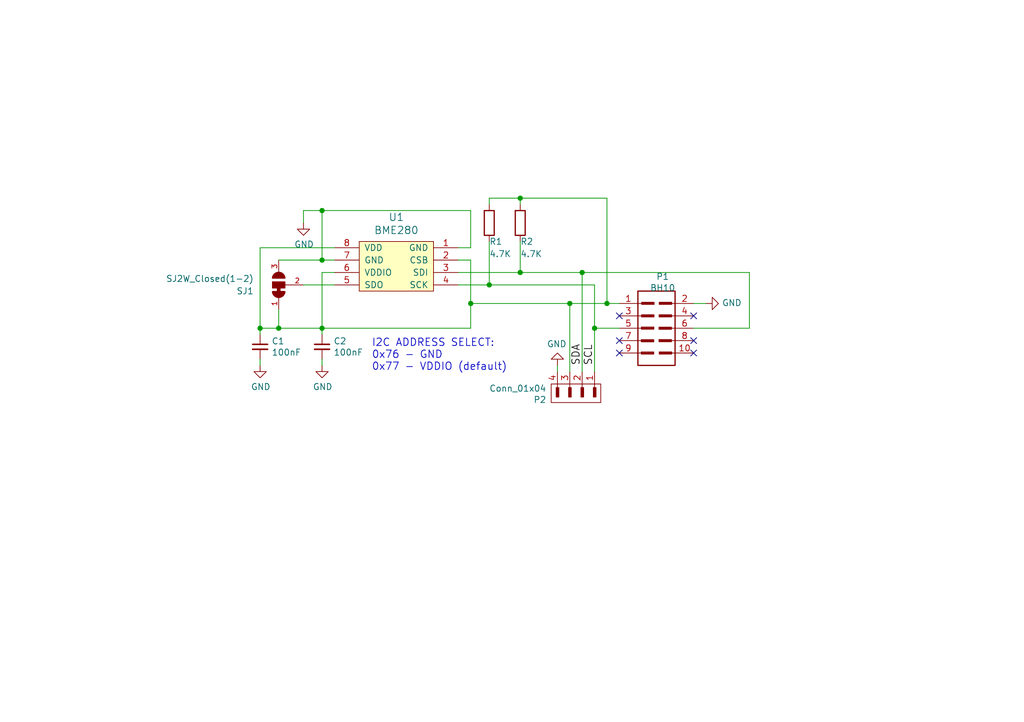
<source format=kicad_sch>
(kicad_sch (version 20230121) (generator eeschema)
  (paper "User" 210.007 148.006)
  (title_block (title "MOD-BME280") (date "2021-04-07") (rev "B") (company "Olimex Ltd") (comment 1 "OSHW"))
  (lib_symbols
    (symbol "MOD-BME280_RevB-rescue:BH10S-OLIMEX_Connectors" (pin_names (offset 1.016) hide)
      (property "Reference" "CON" (at 0.0508 8.9154 0))
      (property "Value" "OLIMEX_Connectors_BH10S" (at 0.3048 -9.4234 0))
      (symbol "BH10S-OLIMEX_Connectors_0_0"
        (rectangle (start -3.1242 -4.8514) (end -0.5588 -5.3086))
        (rectangle (start -3.1242 -2.3368) (end -0.5588 -2.794))
        (rectangle (start -3.0988 0.254) (end -0.5334 -0.2032))
        (rectangle (start -3.0734 2.7686) (end -0.508 2.3114))
        (rectangle (start -3.048 5.334) (end -0.4826 4.8768))
        (polyline (pts (xy -3.0226 -5.0038) (xy -0.5842 -5.0038) (xy -0.5842 -5.2324) (xy -2.9972 -5.2578) (xy -3.0226 -5.08) (xy -0.7112 -5.08) (xy -0.7112 -5.1562) (xy -2.9972 -5.1054)))
        (polyline (pts (xy -3.0226 0.1016) (xy -0.5842 0.1016) (xy -0.5842 -0.127) (xy -2.9972 -0.1524) (xy -3.0226 0.0254) (xy -0.7112 0.0254) (xy -0.7112 -0.0508) (xy -2.9972 0)))
        (polyline (pts (xy -2.9972 -2.4638) (xy -0.5588 -2.4638) (xy -0.5588 -2.6924) (xy -2.9718 -2.7178) (xy -2.9972 -2.54) (xy -0.6858 -2.54) (xy -0.6858 -2.6162) (xy -2.9718 -2.5654)))
        (polyline (pts (xy -2.9718 2.667) (xy -0.5334 2.667) (xy -0.5334 2.4384) (xy -2.9464 2.413) (xy -2.9718 2.5908) (xy -0.6604 2.5908) (xy -0.6604 2.5146) (xy -2.9464 2.5654)))
        (polyline (pts (xy -2.9464 5.2324) (xy -0.508 5.2324) (xy -0.508 5.0038) (xy -2.921 4.9784) (xy -2.9464 5.1562) (xy -0.635 5.1562) (xy -0.635 5.08) (xy -2.921 5.1308)))
        (polyline (pts (xy 0.5588 0.1016) (xy 2.9972 0.1016) (xy 2.9972 -0.127) (xy 0.5842 -0.1524) (xy 0.5588 0.0254) (xy 2.8702 0.0254) (xy 2.8702 -0.0508) (xy 0.5842 0)))
        (polyline (pts (xy 0.5842 -2.4384) (xy 3.0226 -2.4384) (xy 3.0226 -2.667) (xy 0.6096 -2.6924) (xy 0.5842 -2.5146) (xy 2.8956 -2.5146) (xy 2.8956 -2.5908) (xy 0.6096 -2.54)))
        (polyline (pts (xy 0.5842 2.667) (xy 3.0226 2.667) (xy 3.0226 2.4384) (xy 0.6096 2.413) (xy 0.5842 2.5908) (xy 2.8956 2.5908) (xy 2.8956 2.5146) (xy 0.6096 2.5654)))
        (polyline (pts (xy 0.635 -4.953) (xy 3.0734 -4.953) (xy 3.0734 -5.1816) (xy 0.6604 -5.207) (xy 0.635 -5.0292) (xy 2.9464 -5.0292) (xy 2.9464 -5.1054) (xy 0.6604 -5.0546)))
        (polyline (pts (xy 0.6858 5.2324) (xy 3.1242 5.2324) (xy 3.1242 5.0038) (xy 0.7112 4.9784) (xy 0.6858 5.1562) (xy 2.9972 5.1562) (xy 2.9972 5.08) (xy 0.7112 5.1308)))
        (rectangle (start 0.508 -2.3114) (end 3.0734 -2.7686))
        (rectangle (start 0.508 0.2286) (end 3.0734 -0.2286))
        (rectangle (start 0.5334 2.7686) (end 3.0988 2.3114))
        (rectangle (start 0.5588 -4.8514) (end 3.1242 -5.3086))
        (rectangle (start 0.5588 5.334) (end 3.1242 4.8768))
      )
      (symbol "BH10S-OLIMEX_Connectors_0_1"
        (rectangle (start -3.81 7.62) (end 3.81 -7.62) (stroke (width 0.254)))
        (polyline (pts (xy -3.81 -5.08) (xy -3.048 -5.08)))
        (polyline (pts (xy -3.81 -2.54) (xy -3.048 -2.54)))
        (polyline (pts (xy -3.81 0) (xy -3.048 0)))
        (polyline (pts (xy -3.81 2.54) (xy -3.048 2.54)))
        (polyline (pts (xy -3.81 5.08) (xy -3.048 5.08)))
        (polyline (pts (xy 3.81 -5.08) (xy 3.048 -5.08)))
        (polyline (pts (xy 3.81 -2.54) (xy 3.048 -2.54)))
        (polyline (pts (xy 3.81 0) (xy 3.048 0)))
        (polyline (pts (xy 3.81 2.54) (xy 3.048 2.54)))
        (polyline (pts (xy 3.81 5.08) (xy 3.048 5.08)))
      )
      (symbol "BH10S-OLIMEX_Connectors_1_1"
        (pin passive line (at -7.62 5.08 0) (length 3.7084) (name "1") (number "1"))
        (pin passive line (at 7.62 -5.08 180) (length 3.7084) (name "10") (number "10"))
        (pin passive line (at 7.62 5.08 180) (length 3.7084) (name "2") (number "2"))
        (pin passive line (at -7.62 2.54 0) (length 3.7084) (name "3") (number "3"))
        (pin passive line (at 7.62 2.54 180) (length 3.7084) (name "4") (number "4"))
        (pin passive line (at -7.62 0 0) (length 3.7084) (name "5") (number "5"))
        (pin passive line (at 7.62 0 180) (length 3.7084) (name "6") (number "6"))
        (pin passive line (at -7.62 -2.54 0) (length 3.7084) (name "7") (number "7"))
        (pin passive line (at 7.62 -2.54 180) (length 3.7084) (name "8") (number "8"))
        (pin passive line (at -7.62 -5.08 0) (length 3.7084) (name "9") (number "9"))
      )
    )
    (symbol "MOD-BME280_RevB-rescue:BME280-OLIMEX_IC" (pin_names (offset 1.016))
      (property "Reference" "U" (at 0 6.35 0))
      (property "Value" "OLIMEX_IC_BME280" (at 1.27 -6.35 0))
      (symbol "BME280-OLIMEX_IC_0_1"
        (rectangle (start -6.35 5.08) (end 8.89 -5.08) (fill (type background)))
      )
      (symbol "BME280-OLIMEX_IC_1_1"
        (pin power_in line (at 13.97 3.81 180) (length 5.08) (name "GND") (number "1"))
        (pin input line (at 13.97 1.27 180) (length 5.08) (name "CSB") (number "2"))
        (pin bidirectional line (at 13.97 -1.27 180) (length 5.08) (name "SDI") (number "3"))
        (pin input line (at 13.97 -3.81 180) (length 5.08) (name "SCK") (number "4"))
        (pin bidirectional line (at -11.43 -3.81 0) (length 5.08) (name "SDO") (number "5"))
        (pin power_in line (at -11.43 -1.27 0) (length 5.08) (name "VDDIO") (number "6"))
        (pin power_in line (at -11.43 1.27 0) (length 5.08) (name "GND") (number "7"))
        (pin power_in line (at -11.43 3.81 0) (length 5.08) (name "VDD") (number "8"))
      )
    )
    (symbol "MOD-BME280_RevB-rescue:CON4-OLIMEX_Connectors" (pin_names (offset 1.016))
      (property "Reference" "CON" (at -1.27 5.08 0))
      (property "Value" "OLIMEX_Connectors_CON4" (at -1.27 -7.62 0))
      (symbol "CON4-OLIMEX_Connectors_0_0"
        (rectangle (start -2.6416 -5.2324) (end -0.8636 -4.8768))
        (rectangle (start -2.6416 -2.6924) (end -0.8636 -2.3368))
        (rectangle (start -2.6416 -0.1524) (end -0.8636 0.2032))
        (rectangle (start -2.6162 -5.1308) (end -0.9652 -5.0292))
        (rectangle (start -2.6162 -2.5908) (end -0.9652 -2.4892))
        (rectangle (start -2.6162 -0.0508) (end -0.9652 0.0508))
        (rectangle (start -2.6162 2.3876) (end -0.8382 2.7432))
        (rectangle (start -2.5908 2.5146) (end -0.9398 2.6162))
        (rectangle (start -0.9652 -4.953) (end -2.6416 -5.1562))
        (rectangle (start -0.9652 -2.413) (end -2.6416 -2.6162))
        (rectangle (start -0.9652 0.127) (end -2.6416 -0.0762))
        (rectangle (start -0.8636 2.6416) (end -2.54 2.4384))
        (rectangle (start -0.7366 -4.7752) (end -2.667 -5.334))
        (rectangle (start -0.7366 -2.2352) (end -2.667 -2.794))
        (rectangle (start -0.7366 0.3048) (end -2.667 -0.254))
        (rectangle (start -0.7366 2.8448) (end -2.667 2.286))
        (polyline (pts (xy 0 -5.08) (xy -0.762 -5.08)))
        (polyline (pts (xy 0 -2.54) (xy -0.762 -2.54)))
        (polyline (pts (xy 0 0) (xy -0.762 0)))
        (polyline (pts (xy 0 2.54) (xy -0.762 2.54)))
      )
      (symbol "CON4-OLIMEX_Connectors_0_1"
        (rectangle (start -3.81 3.81) (end 0 -6.35))
      )
      (symbol "CON4-OLIMEX_Connectors_1_1"
        (pin passive line (at 2.54 2.54 180) (length 2.54) (name "~") (number "1"))
        (pin passive line (at 2.54 0 180) (length 2.54) (name "~") (number "2"))
        (pin passive line (at 2.54 -2.54 180) (length 2.54) (name "~") (number "3"))
        (pin passive line (at 2.54 -5.08 180) (length 2.54) (name "~") (number "4"))
      )
    )
    (symbol "MOD-BME280_RevB-rescue:C_Small-OLIMEX_RCL" (pin_numbers hide) (pin_names (offset 0.254) hide)
      (property "Reference" "C" (at 0.254 1.778 0))
      (property "Value" "OLIMEX_RCL_C_Small" (at 0.254 -2.032 0))
      (symbol "C_Small-OLIMEX_RCL_0_1"
        (polyline (pts (xy -1.524 -0.508) (xy 1.524 -0.508)) (stroke (width 0.3302)))
        (polyline (pts (xy -1.524 0.508) (xy 1.524 0.508)) (stroke (width 0.3048)))
      )
      (symbol "C_Small-OLIMEX_RCL_1_1"
        (pin passive line (at 0 2.54 270) (length 1.905) (name "~") (number "1"))
        (pin passive line (at 0 -2.54 90) (length 2.032) (name "~") (number "2"))
      )
    )
    (symbol "MOD-BME280_RevB-rescue:GND-OLIMEX_Power" (power) (pin_names (offset 0))
      (property "Value" "GND-OLIMEX_Power" (at 0 -3.81 0))
      (symbol "GND-OLIMEX_Power_0_1"
        (polyline (pts (xy 0 0) (xy 0 -1.27) (xy 1.27 -1.27) (xy 0 -2.54) (xy -1.27 -1.27) (xy 0 -1.27)))
      )
      (symbol "GND-OLIMEX_Power_1_1"
        (pin power_in line (at 0 0 270) (length 0) hide (name "GND") (number "1"))
      )
    )
    (symbol "MOD-BME280_RevB-rescue:R-OLIMEX_RCL" (pin_numbers hide) (pin_names (offset 0))
      (property "Reference" "R" (at 0 2.032 0))
      (property "Value" "OLIMEX_RCL_R" (at 0 0 0))
      (symbol "R-OLIMEX_RCL_0_1"
        (rectangle (start 2.54 -1.016) (end -2.54 1.016) (stroke (width 0.254)))
      )
      (symbol "R-OLIMEX_RCL_1_1"
        (pin passive line (at -3.81 0 0) (length 1.27) (name "~") (number "1"))
        (pin passive line (at 3.81 0 180) (length 1.27) (name "~") (number "2"))
      )
    )
    (symbol "MOD-BME280_RevB-rescue:SJ2W_Closed(1-2)-OLIMEX_Jumpers" (pin_names (offset 1.016) hide)
      (property "Reference" "SJ" (at 2.54 0.381 0))
      (property "Value" "OLIMEX_Jumpers_SJ2W_Closed(1-2)" (at 2.54 -1.905 0))
      (symbol "SJ2W_Closed(1-2)-OLIMEX_Jumpers_0_1"
        (polyline (pts (xy 0 1.905) (xy 0 0)) (stroke (width 0.762)))
      )
      (symbol "SJ2W_Closed(1-2)-OLIMEX_Jumpers_1_0"
        (polyline (pts (xy -2.54 0) (xy -1.27 0)))
        (polyline (pts (xy -1.27 -0.635) (xy -1.27 0)))
        (polyline (pts (xy -1.27 0) (xy -1.27 0.635)))
        (polyline (pts (xy -1.27 0.635) (xy 1.27 0.635)))
        (polyline (pts (xy 1.27 -0.635) (xy -1.27 -0.635)))
        (polyline (pts (xy 1.27 0.635) (xy 1.27 -0.635)))
      )
      (symbol "SJ2W_Closed(1-2)-OLIMEX_Jumpers_1_1"
        (arc (start -1.27 -1.397) (mid 0 -2.5695) (end 1.27 -1.397) (stroke (width 0.254)) (fill (type outline)))
        (rectangle (start -1.27 -0.635) (end 1.27 0.635) (fill (type outline)))
        (polyline (pts (xy -1.1684 1.3716) (xy 1.143 1.3716)) (stroke (width 0.254)))
        (polyline (pts (xy -1.143 -1.397) (xy 1.143 -1.397)) (stroke (width 0.254)))
        (arc (start 1.27 1.397) (mid 0 2.5695) (end -1.27 1.397) (stroke (width 0.254)) (fill (type outline)))
        (pin passive line (at 0 5.08 270) (length 2.54) (name "1") (number "1"))
        (pin passive line (at -5.08 0 0) (length 2.54) (name "2") (number "2"))
        (pin passive line (at 0 -5.08 90) (length 2.54) (name "3") (number "3"))
      )
    )
  )
  (junction (at 57.15 67.31))
  (junction (at 66.04 67.31))
  (junction (at 106.68 40.64))
  (junction (at 66.04 53.34))
  (junction (at 96.52 62.23))
  (junction (at 119.38 55.88))
  (junction (at 66.04 43.18))
  (junction (at 100.33 58.42))
  (junction (at 124.46 62.23))
  (junction (at 53.34 67.31))
  (junction (at 121.92 67.31))
  (junction (at 116.84 62.23))
  (junction (at 106.68 55.88))
  (no_connect (at 127 64.77))
  (no_connect (at 142.24 64.77))
  (no_connect (at 127 72.39))
  (no_connect (at 127 69.85))
  (no_connect (at 142.24 69.85))
  (no_connect (at 142.24 72.39))
  (wire (pts (xy 114.3 76.2) (xy 114.3 74.93)))
  (wire (pts (xy 116.84 62.23) (xy 116.84 76.2)))
  (wire (pts (xy 96.52 67.31) (xy 66.04 67.31)))
  (wire (pts (xy 62.23 58.42) (xy 68.58 58.42)))
  (wire (pts (xy 106.68 55.88) (xy 119.38 55.88)))
  (wire (pts (xy 66.04 43.18) (xy 96.52 43.18)))
  (wire (pts (xy 121.92 67.31) (xy 121.92 76.2)))
  (wire (pts (xy 100.33 49.53) (xy 100.33 58.42)))
  (wire (pts (xy 100.33 41.91) (xy 100.33 40.64)))
  (wire (pts (xy 93.98 53.34) (xy 96.52 53.34)))
  (wire (pts (xy 68.58 50.8) (xy 53.34 50.8)))
  (wire (pts (xy 96.52 43.18) (xy 96.52 50.8)))
  (wire (pts (xy 119.38 76.2) (xy 119.38 55.88)))
  (wire (pts (xy 96.52 53.34) (xy 96.52 62.23)))
  (wire (pts (xy 66.04 67.31) (xy 57.15 67.31)))
  (wire (pts (xy 93.98 58.42) (xy 100.33 58.42)))
  (wire (pts (xy 53.34 73.66) (xy 53.34 74.93)))
  (wire (pts (xy 96.52 50.8) (xy 93.98 50.8)))
  (wire (pts (xy 93.98 55.88) (xy 106.68 55.88)))
  (wire (pts (xy 100.33 58.42) (xy 121.92 58.42)))
  (wire (pts (xy 66.04 73.66) (xy 66.04 74.93)))
  (wire (pts (xy 153.67 55.88) (xy 153.67 67.31)))
  (wire (pts (xy 106.68 49.53) (xy 106.68 55.88)))
  (wire (pts (xy 68.58 55.88) (xy 66.04 55.88)))
  (wire (pts (xy 62.23 43.18) (xy 62.23 45.72)))
  (wire (pts (xy 106.68 41.91) (xy 106.68 40.64)))
  (wire (pts (xy 66.04 55.88) (xy 66.04 67.31)))
  (wire (pts (xy 124.46 40.64) (xy 124.46 62.23)))
  (wire (pts (xy 144.78 62.23) (xy 142.24 62.23)))
  (wire (pts (xy 62.23 43.18) (xy 66.04 43.18)))
  (wire (pts (xy 124.46 62.23) (xy 127 62.23)))
  (wire (pts (xy 116.84 62.23) (xy 124.46 62.23)))
  (wire (pts (xy 121.92 67.31) (xy 127 67.31)))
  (wire (pts (xy 106.68 40.64) (xy 124.46 40.64)))
  (wire (pts (xy 57.15 67.31) (xy 53.34 67.31)))
  (wire (pts (xy 53.34 67.31) (xy 53.34 68.58)))
  (wire (pts (xy 153.67 67.31) (xy 142.24 67.31)))
  (wire (pts (xy 57.15 53.34) (xy 66.04 53.34)))
  (wire (pts (xy 66.04 53.34) (xy 68.58 53.34)))
  (wire (pts (xy 119.38 55.88) (xy 153.67 55.88)))
  (wire (pts (xy 57.15 63.5) (xy 57.15 67.31)))
  (wire (pts (xy 121.92 58.42) (xy 121.92 67.31)))
  (wire (pts (xy 96.52 62.23) (xy 116.84 62.23)))
  (wire (pts (xy 66.04 67.31) (xy 66.04 68.58)))
  (wire (pts (xy 96.52 62.23) (xy 96.52 67.31)))
  (wire (pts (xy 53.34 50.8) (xy 53.34 67.31)))
  (wire (pts (xy 100.33 40.64) (xy 106.68 40.64)))
  (wire (pts (xy 66.04 53.34) (xy 66.04 43.18)))
  (text "I2C ADDRESS SELECT:\n0x76 - GND \n0x77 - VDDIO (default)" (at 76.2 76.2 0) (effects (font (size 1.524 1.524)) (justify left bottom)))
  (label "SDA" (at 119.38 74.93 90) (effects (font (size 1.524 1.524))))
  (label "SCL" (at 121.92 74.93 90) (effects (font (size 1.524 1.524))))
  (symbol (lib_id "MOD-BME280_RevB-rescue:GND-OLIMEX_Power") (at 62.23 45.72 0) (unit 1)
    (property "Reference" "#PWR01" (effects hide))
    (property "Value" "GND" (at 62.357 50.1142 0))
  )
  (symbol (lib_id "MOD-BME280_RevB-rescue:C_Small-OLIMEX_RCL") (at 53.34 71.12 0) (unit 1)
    (property "Reference" "C1" (at 55.6768 69.9516 0) (effects (justify left)))
    (property "Value" "100nF" (at 55.6768 72.263 0) (effects (justify left)))
    (property "Footprint" "OLIMEX_RLC-FP:C_0603_5MIL_DWS" (effects hide))
  )
  (symbol (lib_id "MOD-BME280_RevB-rescue:R-OLIMEX_RCL") (at 100.33 45.72 270) (unit 1)
    (property "Reference" "R1" (at 100.33 49.53 90) (effects (justify left)))
    (property "Value" "4.7K" (at 100.33 52.07 90) (effects (justify left)))
    (property "Footprint" "OLIMEX_RLC-FP:R_0603_5MIL_DWS" (effects hide))
  )
  (symbol (lib_id "MOD-BME280_RevB-rescue:R-OLIMEX_RCL") (at 106.68 45.72 270) (unit 1)
    (property "Reference" "R2" (at 106.68 49.53 90) (effects (justify left)))
    (property "Value" "4.7K" (at 106.68 52.07 90) (effects (justify left)))
    (property "Footprint" "OLIMEX_RLC-FP:R_0603_5MIL_DWS" (effects hide))
  )
  (symbol (lib_id "MOD-BME280_RevB-rescue:GND-OLIMEX_Power") (at 53.34 74.93 0) (unit 1)
    (property "Reference" "#PWR02" (effects hide))
    (property "Value" "GND" (at 53.467 79.3242 0))
  )
  (symbol (lib_id "MOD-BME280_RevB-rescue:GND-OLIMEX_Power") (at 144.78 62.23 90) (unit 1)
    (property "Reference" "#PWR03" (effects hide))
    (property "Value" "GND" (at 148.0312 62.103 90) (effects (justify right)))
  )
  (symbol (lib_id "MOD-BME280_RevB-rescue:GND-OLIMEX_Power") (at 114.3 74.93 180) (unit 1)
    (property "Reference" "#PWR04" (effects hide))
    (property "Value" "GND" (at 114.173 70.5358 0))
  )
  (symbol (lib_id "MOD-BME280_RevB-rescue:BME280-OLIMEX_IC") (at 80.01 54.61 0) (unit 1)
    (property "Reference" "U1" (at 81.28 44.5262 0) (effects (font (size 1.524 1.524))))
    (property "Value" "BME280" (at 81.28 47.2186 0) (effects (font (size 1.524 1.524))))
    (property "Footprint" "OLIMEX_IC-FP:BME280" (effects hide))
  )
  (symbol (lib_id "MOD-BME280_RevB-rescue:SJ2W_Closed(1-2)-OLIMEX_Jumpers") (at 57.15 58.42 180) (unit 1)
    (property "Reference" "SJ1" (at 52.07 59.69 0) (effects (justify left)))
    (property "Value" "SJ2W_Closed(1-2)" (at 52.07 57.15 0) (effects (justify left)))
    (property "Footprint" "OLIMEX_Jumpers-FP:SJ_2_SMALL_12_TIED" (effects hide))
  )
  (symbol (lib_id "MOD-BME280_RevB-rescue:C_Small-OLIMEX_RCL") (at 66.04 71.12 0) (unit 1)
    (property "Reference" "C2" (at 68.3768 69.9516 0) (effects (justify left)))
    (property "Value" "100nF" (at 68.3768 72.263 0) (effects (justify left)))
    (property "Footprint" "OLIMEX_RLC-FP:C_0603_5MIL_DWS" (effects hide))
  )
  (symbol (lib_id "MOD-BME280_RevB-rescue:GND-OLIMEX_Power") (at 66.04 74.93 0) (unit 1)
    (property "Reference" "#PWR05" (effects hide))
    (property "Value" "GND" (at 66.167 79.3242 0))
  )
  (symbol (lib_id "MOD-BME280_RevB-rescue:BH10S-OLIMEX_Connectors") (at 134.62 67.31 0) (unit 1)
    (property "Reference" "P1" (at 135.89 56.7182 0))
    (property "Value" "BH10" (at 135.89 59.0296 0))
    (property "Footprint" "OLIMEX_Connectors-FP:UEXTM-SMD" (effects hide))
  )
  (symbol (lib_id "MOD-BME280_RevB-rescue:CON4-OLIMEX_Connectors") (at 119.38 78.74 270) (mirror x) (unit 1)
    (property "Reference" "P2" (at 112.0648 81.9658 90) (effects (justify right)))
    (property "Value" "Conn_01x04" (at 112.0648 79.6544 90) (effects (justify right)))
    (property "Footprint" "OLIMEX_Connectors-FP:SIP4_SMD" (effects hide))
  )
)
</source>
